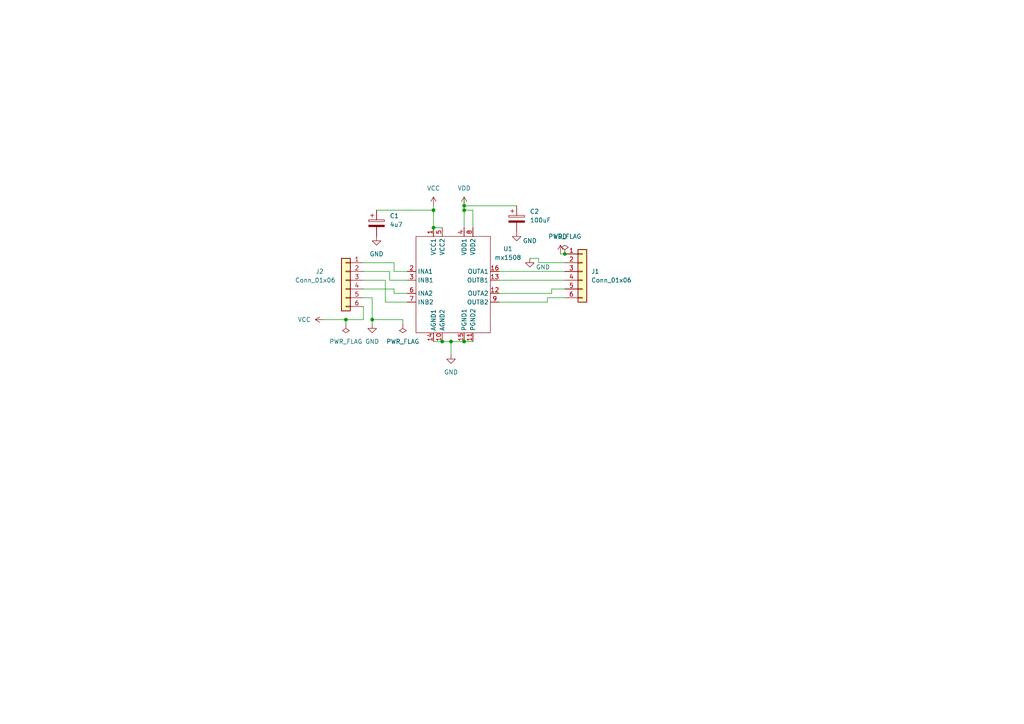
<source format=kicad_sch>
(kicad_sch (version 20211123) (generator eeschema)
  (paper "A4")
  (lib_symbols
    (symbol "Connector_Generic:Conn_01x06" (pin_names (offset 1.016) hide)
      (property "Reference" "J" (at 0 7.62 0))
      (property "Value" "Conn_01x06" (at 0 -10.16 0))
      (symbol "Conn_01x06_1_1"
        (rectangle (start -1.27 -7.493) (end 0 -7.747) (stroke (width 0.1524)))
        (rectangle (start -1.27 -4.953) (end 0 -5.207) (stroke (width 0.1524)))
        (rectangle (start -1.27 -2.413) (end 0 -2.667) (stroke (width 0.1524)))
        (rectangle (start -1.27 0.127) (end 0 -0.127) (stroke (width 0.1524)))
        (rectangle (start -1.27 2.667) (end 0 2.413) (stroke (width 0.1524)))
        (rectangle (start -1.27 5.207) (end 0 4.953) (stroke (width 0.1524)))
        (rectangle (start -1.27 6.35) (end 1.27 -8.89) (stroke (width 0.254)) (fill (type background)))
        (pin passive line (at -5.08 5.08 0) (length 3.81) (name "Pin_1") (number "1"))
        (pin passive line (at -5.08 2.54 0) (length 3.81) (name "Pin_2") (number "2"))
        (pin passive line (at -5.08 0 0) (length 3.81) (name "Pin_3") (number "3"))
        (pin passive line (at -5.08 -2.54 0) (length 3.81) (name "Pin_4") (number "4"))
        (pin passive line (at -5.08 -5.08 0) (length 3.81) (name "Pin_5") (number "5"))
        (pin passive line (at -5.08 -7.62 0) (length 3.81) (name "Pin_6") (number "6"))
      )
    )
    (symbol "Device:C_Polarized" (pin_numbers hide) (pin_names (offset 0.254))
      (property "Reference" "C" (at 0.635 2.54 0))
      (property "Value" "C_Polarized" (at 0.635 -2.54 0))
      (symbol "C_Polarized_0_1"
        (rectangle (start -2.286 0.508) (end 2.286 1.016))
        (polyline (pts (xy -1.778 2.286) (xy -0.762 2.286)))
        (polyline (pts (xy -1.27 2.794) (xy -1.27 1.778)))
        (rectangle (start 2.286 -0.508) (end -2.286 -1.016) (fill (type outline)))
      )
      (symbol "C_Polarized_1_1"
        (pin passive line (at 0 3.81 270) (length 2.794) (name "~") (number "1"))
        (pin passive line (at 0 -3.81 90) (length 2.794) (name "~") (number "2"))
      )
    )
    (symbol "MyMotorDrivers:mx1508"
      (property "Reference" "U" (at -7.62 -7.62 90))
      (property "Value" "mx1508" (at -10.16 -6.35 90))
      (symbol "mx1508_0_1"
        (rectangle (start -19.05 7.62) (end 2.54 -20.32))
      )
      (symbol "mx1508_1_1"
        (pin power_in line (at -13.97 10.16 270) (length 2.54) (name "VCC1") (number "1"))
        (pin power_in line (at -11.43 -22.86 90) (length 2.54) (name "AGND2") (number "10"))
        (pin power_in line (at -2.54 -22.86 90) (length 2.54) (name "PGND2") (number "11"))
        (pin output line (at 5.08 -8.89 180) (length 2.54) (name "OUTA2") (number "12"))
        (pin output line (at 5.08 -5.08 180) (length 2.54) (name "OUTB1") (number "13"))
        (pin power_in line (at -13.97 -22.86 90) (length 2.54) (name "AGND1") (number "14"))
        (pin power_in line (at -5.08 -22.86 90) (length 2.54) (name "PGND1") (number "15"))
        (pin output line (at 5.08 -2.54 180) (length 2.54) (name "OUTA1") (number "16"))
        (pin input line (at -21.59 -2.54 0) (length 2.54) (name "INA1") (number "2"))
        (pin input line (at -21.59 -5.08 0) (length 2.54) (name "INB1") (number "3"))
        (pin power_in line (at -5.08 10.16 270) (length 2.54) (name "VDD1") (number "4"))
        (pin power_in line (at -11.43 10.16 270) (length 2.54) (name "VCC2") (number "5"))
        (pin input line (at -21.59 -8.89 0) (length 2.54) (name "INA2") (number "6"))
        (pin input line (at -21.59 -11.43 0) (length 2.54) (name "INB2") (number "7"))
        (pin power_in line (at -2.54 10.16 270) (length 2.54) (name "VDD2") (number "8"))
        (pin output line (at 5.08 -11.43 180) (length 2.54) (name "OUTB2") (number "9"))
      )
    )
    (symbol "power:GND" (power) (pin_names (offset 0))
      (property "Value" "GND" (at 0 -3.81 0))
      (symbol "GND_0_1"
        (polyline (pts (xy 0 0) (xy 0 -1.27) (xy 1.27 -1.27) (xy 0 -2.54) (xy -1.27 -1.27) (xy 0 -1.27)))
      )
      (symbol "GND_1_1"
        (pin power_in line (at 0 0 270) (length 0) hide (name "GND") (number "1"))
      )
    )
    (symbol "power:PWR_FLAG" (power) (pin_numbers hide) (pin_names (offset 0) hide)
      (property "Value" "PWR_FLAG" (at 0 3.81 0))
      (symbol "PWR_FLAG_0_0"
        (pin power_out line (at 0 0 90) (length 0) (name "pwr") (number "1"))
      )
      (symbol "PWR_FLAG_0_1"
        (polyline (pts (xy 0 0) (xy 0 1.27) (xy -1.016 1.905) (xy 0 2.54) (xy 1.016 1.905) (xy 0 1.27)))
      )
    )
    (symbol "power:VCC" (power) (pin_names (offset 0))
      (property "Value" "VCC" (at 0 3.81 0))
      (symbol "VCC_0_1"
        (polyline (pts (xy -0.762 1.27) (xy 0 2.54)))
        (polyline (pts (xy 0 0) (xy 0 2.54)))
        (polyline (pts (xy 0 2.54) (xy 0.762 1.27)))
      )
      (symbol "VCC_1_1"
        (pin power_in line (at 0 0 90) (length 0) hide (name "VCC") (number "1"))
      )
    )
    (symbol "power:VDD" (power) (pin_names (offset 0))
      (property "Value" "VDD" (at 0 3.81 0))
      (symbol "VDD_0_1"
        (polyline (pts (xy -0.762 1.27) (xy 0 2.54)))
        (polyline (pts (xy 0 0) (xy 0 2.54)))
        (polyline (pts (xy 0 2.54) (xy 0.762 1.27)))
      )
      (symbol "VDD_1_1"
        (pin power_in line (at 0 0 90) (length 0) hide (name "VDD") (number "1"))
      )
    )
  )
  (junction (at 125.73 66.04))
  (junction (at 134.62 59.69))
  (junction (at 134.62 99.06))
  (junction (at 125.73 60.96))
  (junction (at 128.27 99.06))
  (junction (at 130.81 99.06))
  (junction (at 107.95 92.71))
  (junction (at 100.33 92.71))
  (junction (at 134.62 60.96))
  (junction (at 163.83 73.66))
  (wire (pts (xy 113.03 78.74) (xy 113.03 81.28)))
  (wire (pts (xy 144.78 85.09) (xy 160.02 85.09)))
  (wire (pts (xy 107.95 86.36) (xy 107.95 92.71)))
  (wire (pts (xy 105.41 76.2) (xy 114.3 76.2)))
  (wire (pts (xy 105.41 88.9) (xy 105.41 92.71)))
  (wire (pts (xy 111.76 87.63) (xy 118.11 87.63)))
  (wire (pts (xy 160.02 83.82) (xy 163.83 83.82)))
  (wire (pts (xy 111.76 81.28) (xy 111.76 87.63)))
  (wire (pts (xy 134.62 60.96) (xy 137.16 60.96)))
  (wire (pts (xy 153.67 74.93) (xy 156.21 74.93)))
  (wire (pts (xy 100.33 92.71) (xy 93.98 92.71)))
  (wire (pts (xy 116.84 92.71) (xy 107.95 92.71)))
  (wire (pts (xy 125.73 60.96) (xy 125.73 66.04)))
  (wire (pts (xy 114.3 78.74) (xy 118.11 78.74)))
  (wire (pts (xy 105.41 78.74) (xy 113.03 78.74)))
  (wire (pts (xy 158.75 86.36) (xy 163.83 86.36)))
  (wire (pts (xy 109.22 60.96) (xy 125.73 60.96)))
  (wire (pts (xy 114.3 85.09) (xy 118.11 85.09)))
  (wire (pts (xy 134.62 60.96) (xy 134.62 66.04)))
  (wire (pts (xy 114.3 76.2) (xy 114.3 78.74)))
  (wire (pts (xy 162.56 73.66) (xy 163.83 73.66)))
  (wire (pts (xy 144.78 81.28) (xy 163.83 81.28)))
  (wire (pts (xy 125.73 66.04) (xy 128.27 66.04)))
  (wire (pts (xy 144.78 78.74) (xy 163.83 78.74)))
  (wire (pts (xy 125.73 59.69) (xy 125.73 60.96)))
  (wire (pts (xy 114.3 83.82) (xy 114.3 85.09)))
  (wire (pts (xy 125.73 99.06) (xy 128.27 99.06)))
  (wire (pts (xy 144.78 87.63) (xy 158.75 87.63)))
  (wire (pts (xy 130.81 99.06) (xy 130.81 102.87)))
  (wire (pts (xy 100.33 92.71) (xy 100.33 93.98)))
  (wire (pts (xy 134.62 59.69) (xy 134.62 60.96)))
  (wire (pts (xy 156.21 76.2) (xy 163.83 76.2)))
  (wire (pts (xy 134.62 59.69) (xy 149.86 59.69)))
  (wire (pts (xy 134.62 57.15) (xy 134.62 59.69)))
  (wire (pts (xy 105.41 92.71) (xy 100.33 92.71)))
  (wire (pts (xy 158.75 87.63) (xy 158.75 86.36)))
  (wire (pts (xy 128.27 99.06) (xy 130.81 99.06)))
  (wire (pts (xy 137.16 60.96) (xy 137.16 66.04)))
  (wire (pts (xy 160.02 85.09) (xy 160.02 83.82)))
  (wire (pts (xy 156.21 74.93) (xy 156.21 76.2)))
  (wire (pts (xy 130.81 99.06) (xy 134.62 99.06)))
  (wire (pts (xy 105.41 83.82) (xy 114.3 83.82)))
  (wire (pts (xy 105.41 81.28) (xy 111.76 81.28)))
  (wire (pts (xy 105.41 86.36) (xy 107.95 86.36)))
  (wire (pts (xy 134.62 99.06) (xy 137.16 99.06)))
  (wire (pts (xy 116.84 93.98) (xy 116.84 92.71)))
  (wire (pts (xy 113.03 81.28) (xy 118.11 81.28)))
  (wire (pts (xy 107.95 92.71) (xy 107.95 93.98)))
  (symbol (lib_id "power:VCC") (at 93.98 92.71 90) (unit 1)
    (property "Reference" "#PWR0106" (effects hide))
    (property "Value" "VCC" (at 90.17 92.7099 90) (effects (justify left)))
  )
  (symbol (lib_id "Connector_Generic:Conn_01x06") (at 100.33 81.28 0) (mirror y) (unit 1)
    (property "Reference" "J2" (at 92.71 78.74 0))
    (property "Value" "Conn_01x06" (at 91.44 81.28 0))
    (property "Footprint" "Connector_PinHeader_2.54mm:PinHeader_1x06_P2.54mm_Vertical" (effects hide))
  )
  (symbol (lib_id "Device:C_Polarized") (at 149.86 63.5 0) (unit 1)
    (property "Reference" "C2" (at 153.67 61.3409 0) (effects (justify left)))
    (property "Value" "100uF" (at 153.67 63.8809 0) (effects (justify left)))
    (property "Footprint" "Capacitor_SMD:CP_Elec_6.3x5.4" (effects hide))
  )
  (symbol (lib_id "power:VDD") (at 134.62 59.69 0) (unit 1)
    (property "Reference" "#PWR0103" (effects hide))
    (property "Value" "VDD" (at 134.62 54.61 0))
  )
  (symbol (lib_id "power:PWR_FLAG") (at 116.84 93.98 180) (unit 1)
    (property "Reference" "#FLG0103" (effects hide))
    (property "Value" "PWR_FLAG" (at 116.84 99.06 0))
  )
  (symbol (lib_id "Device:C_Polarized") (at 109.22 64.77 0) (unit 1)
    (property "Reference" "C1" (at 113.03 62.6109 0) (effects (justify left)))
    (property "Value" "4u7" (at 113.03 65.1509 0) (effects (justify left)))
    (property "Footprint" "Capacitor_SMD:C_0805_2012Metric" (effects hide))
  )
  (symbol (lib_id "MyMotorDrivers:mx1508") (at 139.7 76.2 0) (unit 1)
    (property "Reference" "U1" (at 147.32 72.1612 0))
    (property "Value" "mx1508" (at 147.32 74.7012 0))
    (property "Footprint" "Package_SO:SOP-16_4.55x10.3mm_P1.27mm" (effects hide))
  )
  (symbol (lib_id "power:GND") (at 130.81 102.87 0) (unit 1)
    (property "Reference" "#PWR0109" (effects hide))
    (property "Value" "GND" (at 130.81 107.95 0))
  )
  (symbol (lib_id "power:GND") (at 107.95 93.98 0) (unit 1)
    (property "Reference" "#PWR0108" (effects hide))
    (property "Value" "GND" (at 107.95 99.06 0))
  )
  (symbol (lib_id "power:GND") (at 109.22 68.58 0) (unit 1)
    (property "Reference" "#PWR0107" (effects hide))
    (property "Value" "GND" (at 109.22 73.66 0))
  )
  (symbol (lib_id "power:VCC") (at 125.73 59.69 0) (unit 1)
    (property "Reference" "#PWR0104" (effects hide))
    (property "Value" "VCC" (at 125.73 54.61 0))
  )
  (symbol (lib_id "Connector_Generic:Conn_01x06") (at 168.91 78.74 0) (unit 1)
    (property "Reference" "J1" (at 171.45 78.7399 0) (effects (justify left)))
    (property "Value" "Conn_01x06" (at 171.45 81.2799 0) (effects (justify left)))
    (property "Footprint" "Connector_PinHeader_2.54mm:PinHeader_1x06_P2.54mm_Vertical" (effects hide))
  )
  (symbol (lib_id "power:VDD") (at 162.56 73.66 0) (unit 1)
    (property "Reference" "#PWR0105" (effects hide))
    (property "Value" "VDD" (at 162.56 68.58 0))
  )
  (symbol (lib_id "power:PWR_FLAG") (at 100.33 93.98 180) (unit 1)
    (property "Reference" "#FLG0102" (effects hide))
    (property "Value" "PWR_FLAG" (at 100.33 99.06 0))
  )
  (symbol (lib_id "power:GND") (at 153.67 74.93 0) (unit 1)
    (property "Reference" "#PWR0102" (effects hide))
    (property "Value" "GND" (at 157.48 77.47 0))
  )
  (symbol (lib_id "power:PWR_FLAG") (at 163.83 73.66 0) (unit 1)
    (property "Reference" "#FLG0101" (effects hide))
    (property "Value" "PWR_FLAG" (at 163.83 68.58 0))
  )
  (symbol (lib_id "power:GND") (at 149.86 67.31 0) (unit 1)
    (property "Reference" "#PWR0101" (effects hide))
    (property "Value" "GND" (at 153.67 69.85 0))
  )
)
</source>
